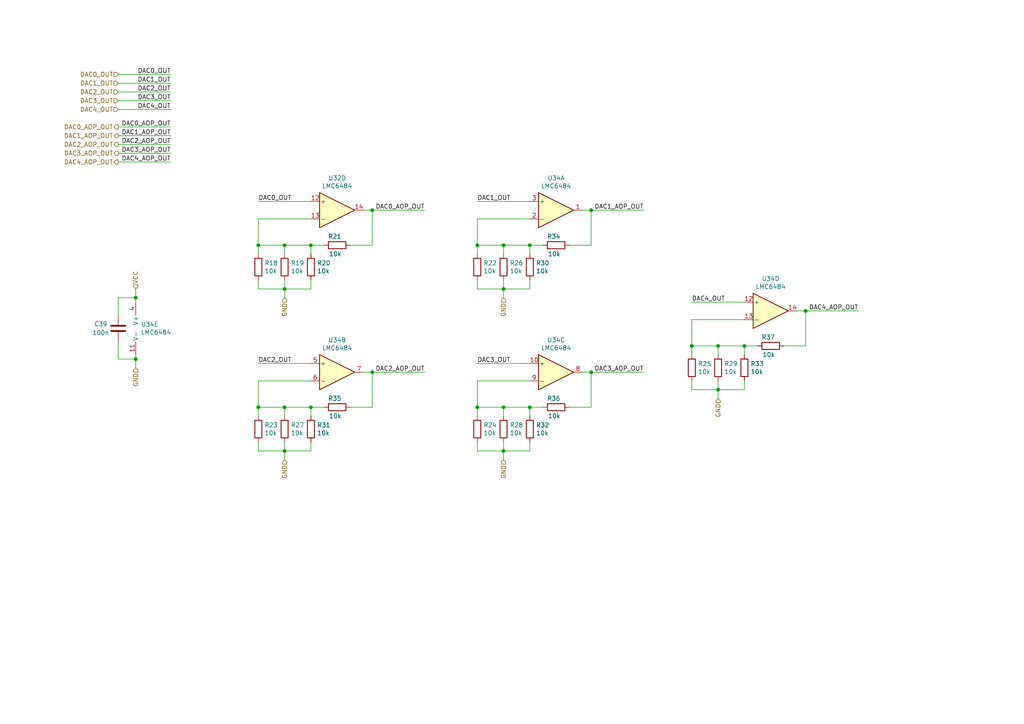
<source format=kicad_sch>
(kicad_sch (version 20211123) (generator eeschema)
  (paper "A4")
  (title_block (title "ZComputer I/O DAC AOP") (date "2021-10-21") (rev "v1.0") (company "Maxime Chretien") (comment 1 "mchretien@linuxmail.org"))
  (lib_symbols
    (symbol "Amplifier_Operational:LMC6484" (pin_names (offset 0.127))
      (property "Reference" "U" (at 0 5.08 0))
      (property "Value" "LMC6484" (at 0 -5.08 0))
      (symbol "LMC6484_1_1"
        (polyline (pts (xy -5.08 5.08) (xy 5.08 0) (xy -5.08 -5.08) (xy -5.08 5.08)) (stroke (width 0.254)) (fill (type background)))
        (pin output line (at 7.62 0 180) (length 2.54) (name "~") (number "1"))
        (pin input line (at -7.62 -2.54 0) (length 2.54) (name "-") (number "2"))
        (pin input line (at -7.62 2.54 0) (length 2.54) (name "+") (number "3"))
      )
      (symbol "LMC6484_2_1"
        (polyline (pts (xy -5.08 5.08) (xy 5.08 0) (xy -5.08 -5.08) (xy -5.08 5.08)) (stroke (width 0.254)) (fill (type background)))
        (pin input line (at -7.62 2.54 0) (length 2.54) (name "+") (number "5"))
        (pin input line (at -7.62 -2.54 0) (length 2.54) (name "-") (number "6"))
        (pin output line (at 7.62 0 180) (length 2.54) (name "~") (number "7"))
      )
      (symbol "LMC6484_3_1"
        (polyline (pts (xy -5.08 5.08) (xy 5.08 0) (xy -5.08 -5.08) (xy -5.08 5.08)) (stroke (width 0.254)) (fill (type background)))
        (pin input line (at -7.62 2.54 0) (length 2.54) (name "+") (number "10"))
        (pin output line (at 7.62 0 180) (length 2.54) (name "~") (number "8"))
        (pin input line (at -7.62 -2.54 0) (length 2.54) (name "-") (number "9"))
      )
      (symbol "LMC6484_4_1"
        (polyline (pts (xy -5.08 5.08) (xy 5.08 0) (xy -5.08 -5.08) (xy -5.08 5.08)) (stroke (width 0.254)) (fill (type background)))
        (pin input line (at -7.62 2.54 0) (length 2.54) (name "+") (number "12"))
        (pin input line (at -7.62 -2.54 0) (length 2.54) (name "-") (number "13"))
        (pin output line (at 7.62 0 180) (length 2.54) (name "~") (number "14"))
      )
      (symbol "LMC6484_5_1"
        (pin power_in line (at -2.54 -7.62 90) (length 3.81) (name "V-") (number "11"))
        (pin power_in line (at -2.54 7.62 270) (length 3.81) (name "V+") (number "4"))
      )
    )
    (symbol "Device:C" (pin_numbers hide) (pin_names (offset 0.254))
      (property "Reference" "C" (at 0.635 2.54 0))
      (property "Value" "C" (at 0.635 -2.54 0))
      (symbol "C_0_1"
        (polyline (pts (xy -2.032 -0.762) (xy 2.032 -0.762)) (stroke (width 0.508)))
        (polyline (pts (xy -2.032 0.762) (xy 2.032 0.762)) (stroke (width 0.508)))
      )
      (symbol "C_1_1"
        (pin passive line (at 0 3.81 270) (length 2.794) (name "~") (number "1"))
        (pin passive line (at 0 -3.81 90) (length 2.794) (name "~") (number "2"))
      )
    )
    (symbol "Device:R" (pin_numbers hide) (pin_names (offset 0))
      (property "Reference" "R" (at 2.032 0 90))
      (property "Value" "R" (at 0 0 90))
      (symbol "R_0_1"
        (rectangle (start -1.016 -2.54) (end 1.016 2.54) (stroke (width 0.254)))
      )
      (symbol "R_1_1"
        (pin passive line (at 0 3.81 270) (length 1.27) (name "~") (number "1"))
        (pin passive line (at 0 -3.81 90) (length 1.27) (name "~") (number "2"))
      )
    )
  )
  (junction (at 82.55 83.82))
  (junction (at 171.45 60.96))
  (junction (at 138.43 71.12))
  (junction (at 208.28 100.33))
  (junction (at 82.55 118.11))
  (junction (at 107.95 107.95))
  (junction (at 233.68 90.17))
  (junction (at 215.9 100.33))
  (junction (at 146.05 130.81))
  (junction (at 82.55 130.81))
  (junction (at 208.28 113.03))
  (junction (at 153.67 118.11))
  (junction (at 90.17 118.11))
  (junction (at 107.95 60.96))
  (junction (at 138.43 118.11))
  (junction (at 146.05 83.82))
  (junction (at 82.55 71.12))
  (junction (at 74.93 71.12))
  (junction (at 39.37 104.14))
  (junction (at 90.17 71.12))
  (junction (at 146.05 71.12))
  (junction (at 200.66 100.33))
  (junction (at 74.93 118.11))
  (junction (at 39.37 86.36))
  (junction (at 171.45 107.95))
  (junction (at 146.05 118.11))
  (junction (at 153.67 71.12))
  (wire (pts (xy 146.05 73.66) (xy 146.05 71.12)))
  (wire (pts (xy 74.93 71.12) (xy 74.93 63.5)))
  (wire (pts (xy 107.95 107.95) (xy 123.19 107.95)))
  (wire (pts (xy 34.29 26.67) (xy 49.53 26.67)))
  (wire (pts (xy 82.55 130.81) (xy 74.93 130.81)))
  (wire (pts (xy 82.55 71.12) (xy 74.93 71.12)))
  (wire (pts (xy 168.91 60.96) (xy 171.45 60.96)))
  (wire (pts (xy 90.17 58.42) (xy 74.93 58.42)))
  (wire (pts (xy 138.43 71.12) (xy 138.43 73.66)))
  (wire (pts (xy 34.29 99.06) (xy 34.29 104.14)))
  (wire (pts (xy 153.67 81.28) (xy 153.67 83.82)))
  (wire (pts (xy 219.71 100.33) (xy 215.9 100.33)))
  (wire (pts (xy 90.17 73.66) (xy 90.17 71.12)))
  (wire (pts (xy 93.98 118.11) (xy 90.17 118.11)))
  (wire (pts (xy 34.29 44.45) (xy 49.53 44.45)))
  (wire (pts (xy 208.28 102.87) (xy 208.28 100.33)))
  (wire (pts (xy 208.28 113.03) (xy 200.66 113.03)))
  (wire (pts (xy 93.98 71.12) (xy 90.17 71.12)))
  (wire (pts (xy 90.17 120.65) (xy 90.17 118.11)))
  (wire (pts (xy 146.05 83.82) (xy 138.43 83.82)))
  (wire (pts (xy 153.67 105.41) (xy 138.43 105.41)))
  (wire (pts (xy 90.17 83.82) (xy 82.55 83.82)))
  (wire (pts (xy 215.9 100.33) (xy 208.28 100.33)))
  (wire (pts (xy 171.45 107.95) (xy 186.69 107.95)))
  (wire (pts (xy 107.95 107.95) (xy 107.95 118.11)))
  (wire (pts (xy 74.93 110.49) (xy 90.17 110.49)))
  (wire (pts (xy 146.05 81.28) (xy 146.05 83.82)))
  (wire (pts (xy 138.43 118.11) (xy 138.43 110.49)))
  (wire (pts (xy 146.05 71.12) (xy 138.43 71.12)))
  (wire (pts (xy 39.37 106.68) (xy 39.37 104.14)))
  (wire (pts (xy 34.29 36.83) (xy 49.53 36.83)))
  (wire (pts (xy 146.05 130.81) (xy 138.43 130.81)))
  (wire (pts (xy 82.55 120.65) (xy 82.55 118.11)))
  (wire (pts (xy 233.68 90.17) (xy 248.92 90.17)))
  (wire (pts (xy 138.43 83.82) (xy 138.43 81.28)))
  (wire (pts (xy 90.17 118.11) (xy 82.55 118.11)))
  (wire (pts (xy 34.29 24.13) (xy 49.53 24.13)))
  (wire (pts (xy 231.14 90.17) (xy 233.68 90.17)))
  (wire (pts (xy 153.67 73.66) (xy 153.67 71.12)))
  (wire (pts (xy 74.93 118.11) (xy 74.93 110.49)))
  (wire (pts (xy 34.29 21.59) (xy 49.53 21.59)))
  (wire (pts (xy 105.41 60.96) (xy 107.95 60.96)))
  (wire (pts (xy 138.43 63.5) (xy 153.67 63.5)))
  (wire (pts (xy 138.43 110.49) (xy 153.67 110.49)))
  (wire (pts (xy 107.95 71.12) (xy 101.6 71.12)))
  (wire (pts (xy 157.48 71.12) (xy 153.67 71.12)))
  (wire (pts (xy 153.67 118.11) (xy 146.05 118.11)))
  (wire (pts (xy 146.05 118.11) (xy 138.43 118.11)))
  (wire (pts (xy 200.66 113.03) (xy 200.66 110.49)))
  (wire (pts (xy 90.17 81.28) (xy 90.17 83.82)))
  (wire (pts (xy 200.66 100.33) (xy 200.66 92.71)))
  (wire (pts (xy 82.55 81.28) (xy 82.55 83.82)))
  (wire (pts (xy 208.28 100.33) (xy 200.66 100.33)))
  (wire (pts (xy 233.68 90.17) (xy 233.68 100.33)))
  (wire (pts (xy 138.43 130.81) (xy 138.43 128.27)))
  (wire (pts (xy 82.55 83.82) (xy 74.93 83.82)))
  (wire (pts (xy 138.43 71.12) (xy 138.43 63.5)))
  (wire (pts (xy 168.91 107.95) (xy 171.45 107.95)))
  (wire (pts (xy 82.55 73.66) (xy 82.55 71.12)))
  (wire (pts (xy 39.37 83.82) (xy 39.37 86.36)))
  (wire (pts (xy 215.9 102.87) (xy 215.9 100.33)))
  (wire (pts (xy 34.29 104.14) (xy 39.37 104.14)))
  (wire (pts (xy 90.17 71.12) (xy 82.55 71.12)))
  (wire (pts (xy 208.28 113.03) (xy 208.28 115.57)))
  (wire (pts (xy 153.67 130.81) (xy 146.05 130.81)))
  (wire (pts (xy 34.29 29.21) (xy 49.53 29.21)))
  (wire (pts (xy 138.43 118.11) (xy 138.43 120.65)))
  (wire (pts (xy 82.55 128.27) (xy 82.55 130.81)))
  (wire (pts (xy 146.05 83.82) (xy 146.05 86.36)))
  (wire (pts (xy 39.37 104.14) (xy 39.37 102.87)))
  (wire (pts (xy 171.45 71.12) (xy 165.1 71.12)))
  (wire (pts (xy 90.17 105.41) (xy 74.93 105.41)))
  (wire (pts (xy 74.93 71.12) (xy 74.93 73.66)))
  (wire (pts (xy 157.48 118.11) (xy 153.67 118.11)))
  (wire (pts (xy 39.37 86.36) (xy 34.29 86.36)))
  (wire (pts (xy 215.9 110.49) (xy 215.9 113.03)))
  (wire (pts (xy 34.29 31.75) (xy 49.53 31.75)))
  (wire (pts (xy 82.55 118.11) (xy 74.93 118.11)))
  (wire (pts (xy 107.95 60.96) (xy 107.95 71.12)))
  (wire (pts (xy 90.17 130.81) (xy 82.55 130.81)))
  (wire (pts (xy 74.93 63.5) (xy 90.17 63.5)))
  (wire (pts (xy 90.17 128.27) (xy 90.17 130.81)))
  (wire (pts (xy 146.05 130.81) (xy 146.05 133.35)))
  (wire (pts (xy 215.9 87.63) (xy 200.66 87.63)))
  (wire (pts (xy 74.93 83.82) (xy 74.93 81.28)))
  (wire (pts (xy 34.29 41.91) (xy 49.53 41.91)))
  (wire (pts (xy 233.68 100.33) (xy 227.33 100.33)))
  (wire (pts (xy 171.45 60.96) (xy 186.69 60.96)))
  (wire (pts (xy 39.37 86.36) (xy 39.37 87.63)))
  (wire (pts (xy 74.93 118.11) (xy 74.93 120.65)))
  (wire (pts (xy 153.67 120.65) (xy 153.67 118.11)))
  (wire (pts (xy 215.9 113.03) (xy 208.28 113.03)))
  (wire (pts (xy 82.55 83.82) (xy 82.55 86.36)))
  (wire (pts (xy 107.95 118.11) (xy 101.6 118.11)))
  (wire (pts (xy 171.45 107.95) (xy 171.45 118.11)))
  (wire (pts (xy 34.29 39.37) (xy 49.53 39.37)))
  (wire (pts (xy 200.66 92.71) (xy 215.9 92.71)))
  (wire (pts (xy 74.93 130.81) (xy 74.93 128.27)))
  (wire (pts (xy 82.55 130.81) (xy 82.55 133.35)))
  (wire (pts (xy 34.29 86.36) (xy 34.29 91.44)))
  (wire (pts (xy 171.45 60.96) (xy 171.45 71.12)))
  (wire (pts (xy 153.67 128.27) (xy 153.67 130.81)))
  (wire (pts (xy 105.41 107.95) (xy 107.95 107.95)))
  (wire (pts (xy 34.29 46.99) (xy 49.53 46.99)))
  (wire (pts (xy 146.05 128.27) (xy 146.05 130.81)))
  (wire (pts (xy 208.28 110.49) (xy 208.28 113.03)))
  (wire (pts (xy 153.67 58.42) (xy 138.43 58.42)))
  (wire (pts (xy 153.67 71.12) (xy 146.05 71.12)))
  (wire (pts (xy 107.95 60.96) (xy 123.19 60.96)))
  (wire (pts (xy 171.45 118.11) (xy 165.1 118.11)))
  (wire (pts (xy 200.66 100.33) (xy 200.66 102.87)))
  (wire (pts (xy 146.05 120.65) (xy 146.05 118.11)))
  (wire (pts (xy 153.67 83.82) (xy 146.05 83.82)))
  (label "DAC3_OUT" (at 49.53 29.21 180))
  (label "DAC1_AOP_OUT" (at 186.69 60.96 180))
  (label "DAC4_AOP_OUT" (at 248.92 90.17 180))
  (label "DAC3_AOP_OUT" (at 49.53 44.45 180))
  (label "DAC0_OUT" (at 49.53 21.59 180))
  (label "DAC1_AOP_OUT" (at 49.53 39.37 180))
  (label "DAC4_AOP_OUT" (at 49.53 46.99 180))
  (label "DAC2_AOP_OUT" (at 123.19 107.95 180))
  (label "DAC3_AOP_OUT" (at 186.69 107.95 180))
  (label "DAC2_OUT" (at 74.93 105.41 0))
  (label "DAC0_OUT" (at 74.93 58.42 0))
  (label "DAC3_OUT" (at 138.43 105.41 0))
  (label "DAC0_AOP_OUT" (at 123.19 60.96 180))
  (label "DAC2_AOP_OUT" (at 49.53 41.91 180))
  (label "DAC4_OUT" (at 49.53 31.75 180))
  (label "DAC0_AOP_OUT" (at 49.53 36.83 180))
  (label "DAC1_OUT" (at 138.43 58.42 0))
  (label "DAC1_OUT" (at 49.53 24.13 180))
  (label "DAC4_OUT" (at 200.66 87.63 0))
  (label "DAC2_OUT" (at 49.53 26.67 180))
  (hierarchical_label "DAC2_AOP_OUT" (shape output) (at 34.29 41.91 180))
  (hierarchical_label "DAC1_OUT" (shape input) (at 34.29 24.13 180))
  (hierarchical_label "DAC0_AOP_OUT" (shape output) (at 34.29 36.83 180))
  (hierarchical_label "DAC4_AOP_OUT" (shape output) (at 34.29 46.99 180))
  (hierarchical_label "GND" (shape input) (at 146.05 86.36 270))
  (hierarchical_label "DAC4_OUT" (shape input) (at 34.29 31.75 180))
  (hierarchical_label "GND" (shape input) (at 82.55 133.35 270))
  (hierarchical_label "DAC3_OUT" (shape input) (at 34.29 29.21 180))
  (hierarchical_label "VCC" (shape input) (at 39.37 83.82 90))
  (hierarchical_label "GND" (shape input) (at 39.37 106.68 270))
  (hierarchical_label "DAC1_AOP_OUT" (shape output) (at 34.29 39.37 180))
  (hierarchical_label "GND" (shape input) (at 82.55 86.36 270))
  (hierarchical_label "GND" (shape input) (at 208.28 115.57 270))
  (hierarchical_label "DAC0_OUT" (shape input) (at 34.29 21.59 180))
  (hierarchical_label "GND" (shape input) (at 146.05 133.35 270))
  (hierarchical_label "DAC3_AOP_OUT" (shape output) (at 34.29 44.45 180))
  (hierarchical_label "DAC2_OUT" (shape input) (at 34.29 26.67 180))
  (symbol (lib_id "Amplifier_Operational:LMC6484") (at 161.29 60.96 0) (unit 1)
    (property "Reference" "U34" (at 161.29 51.6382 0))
    (property "Value" "LMC6484" (at 161.29 53.9496 0))
    (property "Datasheet" "http://www.ti.com/lit/ds/symlink/lmc6484.pdf" (effects hide))
  )
  (symbol (lib_id "Amplifier_Operational:LMC6484") (at 97.79 107.95 0) (unit 2)
    (property "Reference" "U34" (at 97.79 98.6282 0))
    (property "Value" "LMC6484" (at 97.79 100.9396 0))
    (property "Datasheet" "http://www.ti.com/lit/ds/symlink/lmc6484.pdf" (effects hide))
  )
  (symbol (lib_id "Amplifier_Operational:LMC6484") (at 161.29 107.95 0) (unit 3)
    (property "Reference" "U34" (at 161.29 98.6282 0))
    (property "Value" "LMC6484" (at 161.29 100.9396 0))
    (property "Datasheet" "http://www.ti.com/lit/ds/symlink/lmc6484.pdf" (effects hide))
  )
  (symbol (lib_id "Amplifier_Operational:LMC6484") (at 223.52 90.17 0) (unit 4)
    (property "Reference" "U34" (at 223.52 80.8482 0))
    (property "Value" "LMC6484" (at 223.52 83.1596 0))
    (property "Datasheet" "http://www.ti.com/lit/ds/symlink/lmc6484.pdf" (effects hide))
  )
  (symbol (lib_id "Device:R") (at 161.29 71.12 90) (unit 1)
    (property "Reference" "R34" (at 162.56 68.58 90) (effects (justify left)))
    (property "Value" "10k" (at 162.56 73.66 90) (effects (justify left)))
  )
  (symbol (lib_id "Device:R") (at 153.67 77.47 0) (unit 1)
    (property "Reference" "R30" (at 155.448 76.3016 0) (effects (justify left)))
    (property "Value" "10k" (at 155.448 78.613 0) (effects (justify left)))
  )
  (symbol (lib_id "Device:R") (at 146.05 77.47 0) (unit 1)
    (property "Reference" "R26" (at 147.828 76.3016 0) (effects (justify left)))
    (property "Value" "10k" (at 147.828 78.613 0) (effects (justify left)))
  )
  (symbol (lib_id "Device:R") (at 138.43 77.47 0) (unit 1)
    (property "Reference" "R22" (at 140.208 76.3016 0) (effects (justify left)))
    (property "Value" "10k" (at 140.208 78.613 0) (effects (justify left)))
  )
  (symbol (lib_id "Device:R") (at 97.79 118.11 90) (unit 1)
    (property "Reference" "R35" (at 99.06 115.57 90) (effects (justify left)))
    (property "Value" "10k" (at 99.06 120.65 90) (effects (justify left)))
  )
  (symbol (lib_id "Device:R") (at 90.17 124.46 0) (unit 1)
    (property "Reference" "R31" (at 91.948 123.2916 0) (effects (justify left)))
    (property "Value" "10k" (at 91.948 125.603 0) (effects (justify left)))
  )
  (symbol (lib_id "Device:R") (at 82.55 124.46 0) (unit 1)
    (property "Reference" "R27" (at 84.328 123.2916 0) (effects (justify left)))
    (property "Value" "10k" (at 84.328 125.603 0) (effects (justify left)))
  )
  (symbol (lib_id "Device:R") (at 74.93 124.46 0) (unit 1)
    (property "Reference" "R23" (at 76.708 123.2916 0) (effects (justify left)))
    (property "Value" "10k" (at 76.708 125.603 0) (effects (justify left)))
  )
  (symbol (lib_id "Device:R") (at 161.29 118.11 90) (unit 1)
    (property "Reference" "R36" (at 162.56 115.57 90) (effects (justify left)))
    (property "Value" "10k" (at 162.56 120.65 90) (effects (justify left)))
  )
  (symbol (lib_id "Device:R") (at 153.67 124.46 0) (unit 1)
    (property "Reference" "R32" (at 155.448 123.2916 0) (effects (justify left)))
    (property "Value" "10k" (at 155.448 125.603 0) (effects (justify left)))
  )
  (symbol (lib_id "Device:R") (at 146.05 124.46 0) (unit 1)
    (property "Reference" "R28" (at 147.828 123.2916 0) (effects (justify left)))
    (property "Value" "10k" (at 147.828 125.603 0) (effects (justify left)))
  )
  (symbol (lib_id "Device:R") (at 138.43 124.46 0) (unit 1)
    (property "Reference" "R24" (at 140.208 123.2916 0) (effects (justify left)))
    (property "Value" "10k" (at 140.208 125.603 0) (effects (justify left)))
  )
  (symbol (lib_id "Device:R") (at 223.52 100.33 90) (unit 1)
    (property "Reference" "R37" (at 224.79 97.79 90) (effects (justify left)))
    (property "Value" "10k" (at 224.79 102.87 90) (effects (justify left)))
  )
  (symbol (lib_id "Device:R") (at 215.9 106.68 0) (unit 1)
    (property "Reference" "R33" (at 217.678 105.5116 0) (effects (justify left)))
    (property "Value" "10k" (at 217.678 107.823 0) (effects (justify left)))
  )
  (symbol (lib_id "Device:R") (at 208.28 106.68 0) (unit 1)
    (property "Reference" "R29" (at 210.058 105.5116 0) (effects (justify left)))
    (property "Value" "10k" (at 210.058 107.823 0) (effects (justify left)))
  )
  (symbol (lib_id "Device:R") (at 200.66 106.68 0) (unit 1)
    (property "Reference" "R25" (at 202.438 105.5116 0) (effects (justify left)))
    (property "Value" "10k" (at 202.438 107.823 0) (effects (justify left)))
  )
  (symbol (lib_id "Amplifier_Operational:LMC6484") (at 97.79 60.96 0) (unit 4)
    (property "Reference" "U32" (at 97.79 51.6382 0))
    (property "Value" "LMC6484" (at 97.79 53.9496 0))
    (property "Datasheet" "http://www.ti.com/lit/ds/symlink/lmc6484.pdf" (effects hide))
  )
  (symbol (lib_id "Device:R") (at 97.79 71.12 90) (unit 1)
    (property "Reference" "R21" (at 99.06 68.58 90) (effects (justify left)))
    (property "Value" "10k" (at 99.06 73.66 90) (effects (justify left)))
  )
  (symbol (lib_id "Device:R") (at 90.17 77.47 0) (unit 1)
    (property "Reference" "R20" (at 91.948 76.3016 0) (effects (justify left)))
    (property "Value" "10k" (at 91.948 78.613 0) (effects (justify left)))
  )
  (symbol (lib_id "Device:R") (at 82.55 77.47 0) (unit 1)
    (property "Reference" "R19" (at 84.328 76.3016 0) (effects (justify left)))
    (property "Value" "10k" (at 84.328 78.613 0) (effects (justify left)))
  )
  (symbol (lib_id "Device:R") (at 74.93 77.47 0) (unit 1)
    (property "Reference" "R18" (at 76.708 76.3016 0) (effects (justify left)))
    (property "Value" "10k" (at 76.708 78.613 0) (effects (justify left)))
  )
  (symbol (lib_id "Amplifier_Operational:LMC6484") (at 41.91 95.25 0) (unit 5)
    (property "Reference" "U34" (at 40.8432 94.0816 0) (effects (justify left)))
    (property "Value" "LMC6484" (at 40.8432 96.393 0) (effects (justify left)))
    (property "Datasheet" "http://www.ti.com/lit/ds/symlink/lmc6484.pdf" (effects hide))
  )
  (symbol (lib_id "Device:C") (at 34.29 95.25 0) (unit 1)
    (property "Reference" "C39" (at 29.21 93.98 0))
    (property "Value" "100n" (at 29.21 96.52 0))
  )
)
</source>
